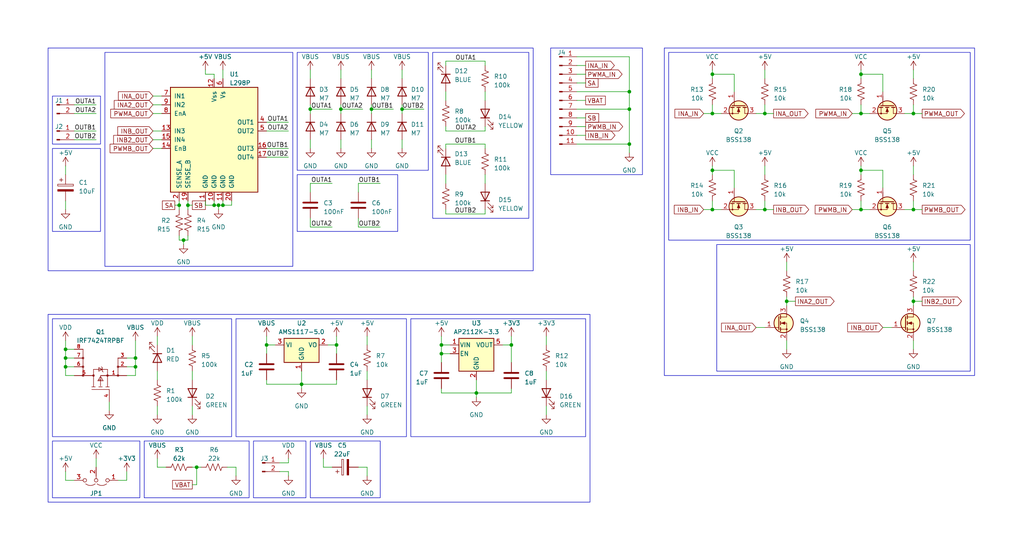
<source format=kicad_sch>
(kicad_sch (version 20230121) (generator eeschema)
  (paper "User" 297.586 160.02)
  (junction (at 77.47 100.33))
  (junction (at 250.19 21.59))
  (junction (at 207.01 33.02))
  (junction (at 222.25 60.96))
  (junction (at 99.06 31.75))
  (junction (at 207.01 49.53))
  (junction (at 128.27 102.87))
  (junction (at 182.88 31.75))
  (junction (at 19.05 106.68))
  (junction (at 90.17 31.75))
  (junction (at 265.43 87.63))
  (junction (at 19.05 104.14))
  (junction (at 138.43 114.3))
  (junction (at 265.43 60.96))
  (junction (at 53.34 69.85))
  (junction (at 222.25 33.02))
  (junction (at 128.27 100.33))
  (junction (at 19.05 101.6))
  (junction (at 57.15 135.89))
  (junction (at 39.37 104.14))
  (junction (at 116.84 31.75))
  (junction (at 63.5 59.69))
  (junction (at 54.61 59.69))
  (junction (at 182.88 41.91))
  (junction (at 52.07 59.69))
  (junction (at 265.43 33.02))
  (junction (at 207.01 60.96))
  (junction (at 107.95 31.75))
  (junction (at 62.23 59.69))
  (junction (at 97.79 100.33))
  (junction (at 182.88 26.67))
  (junction (at 64.77 59.69))
  (junction (at 87.63 111.76))
  (junction (at 228.6 87.63))
  (junction (at 250.19 60.96))
  (junction (at 207.01 21.59))
  (junction (at 148.59 100.33))
  (junction (at 250.19 33.02))
  (junction (at 39.37 106.68))
  (junction (at 250.19 49.53))
  (wire (pts (xy 107.95 40.64) (xy 107.95 43.18)))
  (wire (pts (xy 21.59 30.48) (xy 27.94 30.48)))
  (wire (pts (xy 138.43 114.3) (xy 138.43 115.57)))
  (wire (pts (xy 250.19 49.53) (xy 256.54 49.53)))
  (wire (pts (xy 55.88 135.89) (xy 57.15 135.89)))
  (wire (pts (xy 222.25 33.02) (xy 222.25 30.48)))
  (wire (pts (xy 96.52 66.04) (xy 90.17 66.04)))
  (wire (pts (xy 116.84 20.32) (xy 116.84 22.86)))
  (wire (pts (xy 228.6 87.63) (xy 231.14 87.63)))
  (wire (pts (xy 128.27 114.3) (xy 138.43 114.3)))
  (wire (pts (xy 213.36 49.53) (xy 213.36 54.61)))
  (wire (pts (xy 207.01 20.32) (xy 207.01 21.59)))
  (wire (pts (xy 129.54 26.67) (xy 129.54 29.21)))
  (wire (pts (xy 129.54 60.96) (xy 129.54 62.23)))
  (wire (pts (xy 265.43 87.63) (xy 267.97 87.63)))
  (wire (pts (xy 110.49 66.04) (xy 104.14 66.04)))
  (wire (pts (xy 99.06 31.75) (xy 99.06 33.02)))
  (wire (pts (xy 130.81 102.87) (xy 128.27 102.87)))
  (wire (pts (xy 129.54 17.78) (xy 140.97 17.78)))
  (wire (pts (xy 90.17 31.75) (xy 96.52 31.75)))
  (wire (pts (xy 21.59 33.02) (xy 27.94 33.02)))
  (wire (pts (xy 19.05 106.68) (xy 21.59 106.68)))
  (wire (pts (xy 19.05 109.22) (xy 21.59 109.22)))
  (wire (pts (xy 265.43 87.63) (xy 265.43 88.9)))
  (wire (pts (xy 99.06 20.32) (xy 99.06 22.86)))
  (wire (pts (xy 265.43 33.02) (xy 265.43 30.48)))
  (wire (pts (xy 106.68 97.79) (xy 106.68 100.33)))
  (wire (pts (xy 167.64 24.13) (xy 170.18 24.13)))
  (wire (pts (xy 265.43 76.2) (xy 265.43 78.74)))
  (wire (pts (xy 39.37 104.14) (xy 39.37 106.68)))
  (wire (pts (xy 148.59 97.79) (xy 148.59 100.33)))
  (wire (pts (xy 158.75 107.95) (xy 158.75 110.49)))
  (wire (pts (xy 62.23 21.59) (xy 62.23 22.86)))
  (wire (pts (xy 59.69 21.59) (xy 62.23 21.59)))
  (wire (pts (xy 83.82 134.62) (xy 83.82 133.35)))
  (wire (pts (xy 19.05 139.7) (xy 21.59 139.7)))
  (wire (pts (xy 44.45 43.18) (xy 46.99 43.18)))
  (wire (pts (xy 222.25 60.96) (xy 222.25 58.42)))
  (wire (pts (xy 207.01 49.53) (xy 213.36 49.53)))
  (wire (pts (xy 36.83 139.7) (xy 36.83 137.16)))
  (wire (pts (xy 129.54 43.18) (xy 129.54 41.91)))
  (wire (pts (xy 247.65 33.02) (xy 250.19 33.02)))
  (wire (pts (xy 250.19 30.48) (xy 250.19 33.02)))
  (wire (pts (xy 265.43 33.02) (xy 267.97 33.02)))
  (wire (pts (xy 167.64 16.51) (xy 182.88 16.51)))
  (wire (pts (xy 59.69 59.69) (xy 62.23 59.69)))
  (wire (pts (xy 34.29 139.7) (xy 36.83 139.7)))
  (wire (pts (xy 99.06 31.75) (xy 105.41 31.75)))
  (wire (pts (xy 77.47 100.33) (xy 80.01 100.33)))
  (wire (pts (xy 107.95 20.32) (xy 107.95 22.86)))
  (wire (pts (xy 207.01 60.96) (xy 209.55 60.96)))
  (wire (pts (xy 90.17 53.34) (xy 96.52 53.34)))
  (wire (pts (xy 219.71 60.96) (xy 222.25 60.96)))
  (wire (pts (xy 53.34 69.85) (xy 53.34 71.12)))
  (wire (pts (xy 250.19 60.96) (xy 252.73 60.96)))
  (wire (pts (xy 167.64 21.59) (xy 170.18 21.59)))
  (wire (pts (xy 128.27 100.33) (xy 128.27 102.87)))
  (wire (pts (xy 182.88 31.75) (xy 182.88 41.91)))
  (wire (pts (xy 90.17 40.64) (xy 90.17 43.18)))
  (wire (pts (xy 57.15 135.89) (xy 58.42 135.89)))
  (wire (pts (xy 97.79 111.76) (xy 97.79 110.49)))
  (wire (pts (xy 256.54 21.59) (xy 256.54 26.67)))
  (wire (pts (xy 52.07 58.42) (xy 52.07 59.69)))
  (wire (pts (xy 95.25 100.33) (xy 97.79 100.33)))
  (wire (pts (xy 250.19 20.32) (xy 250.19 21.59)))
  (wire (pts (xy 107.95 31.75) (xy 114.3 31.75)))
  (wire (pts (xy 207.01 58.42) (xy 207.01 60.96)))
  (wire (pts (xy 59.69 20.32) (xy 59.69 21.59)))
  (wire (pts (xy 265.43 60.96) (xy 265.43 58.42)))
  (wire (pts (xy 129.54 41.91) (xy 140.97 41.91)))
  (wire (pts (xy 250.19 49.53) (xy 250.19 50.8)))
  (wire (pts (xy 265.43 48.26) (xy 265.43 50.8)))
  (wire (pts (xy 148.59 114.3) (xy 148.59 113.03)))
  (wire (pts (xy 207.01 49.53) (xy 207.01 50.8)))
  (wire (pts (xy 44.45 27.94) (xy 46.99 27.94)))
  (wire (pts (xy 140.97 43.18) (xy 140.97 41.91)))
  (wire (pts (xy 167.64 31.75) (xy 182.88 31.75)))
  (wire (pts (xy 36.83 106.68) (xy 39.37 106.68)))
  (wire (pts (xy 77.47 97.79) (xy 77.47 100.33)))
  (wire (pts (xy 77.47 111.76) (xy 87.63 111.76)))
  (wire (pts (xy 140.97 60.96) (xy 140.97 62.23)))
  (wire (pts (xy 129.54 50.8) (xy 129.54 53.34)))
  (wire (pts (xy 265.43 60.96) (xy 267.97 60.96)))
  (wire (pts (xy 57.15 140.97) (xy 57.15 135.89)))
  (wire (pts (xy 54.61 69.85) (xy 54.61 68.58)))
  (wire (pts (xy 77.47 35.56) (xy 83.82 35.56)))
  (wire (pts (xy 167.64 41.91) (xy 182.88 41.91)))
  (wire (pts (xy 228.6 86.36) (xy 228.6 87.63)))
  (wire (pts (xy 207.01 33.02) (xy 209.55 33.02)))
  (wire (pts (xy 138.43 110.49) (xy 138.43 114.3)))
  (wire (pts (xy 128.27 97.79) (xy 128.27 100.33)))
  (wire (pts (xy 256.54 95.25) (xy 259.08 95.25)))
  (wire (pts (xy 182.88 41.91) (xy 182.88 44.45)))
  (wire (pts (xy 44.45 30.48) (xy 46.99 30.48)))
  (wire (pts (xy 222.25 48.26) (xy 222.25 50.8)))
  (wire (pts (xy 87.63 111.76) (xy 97.79 111.76)))
  (wire (pts (xy 62.23 59.69) (xy 63.5 59.69)))
  (wire (pts (xy 45.72 97.79) (xy 45.72 100.33)))
  (wire (pts (xy 107.95 31.75) (xy 107.95 33.02)))
  (wire (pts (xy 104.14 66.04) (xy 104.14 63.5)))
  (wire (pts (xy 45.72 135.89) (xy 48.26 135.89)))
  (wire (pts (xy 81.28 137.16) (xy 83.82 137.16)))
  (wire (pts (xy 44.45 33.02) (xy 46.99 33.02)))
  (wire (pts (xy 130.81 100.33) (xy 128.27 100.33)))
  (wire (pts (xy 148.59 100.33) (xy 148.59 105.41)))
  (wire (pts (xy 19.05 48.26) (xy 19.05 50.8)))
  (wire (pts (xy 265.43 86.36) (xy 265.43 87.63)))
  (wire (pts (xy 116.84 31.75) (xy 116.84 33.02)))
  (wire (pts (xy 167.64 39.37) (xy 170.18 39.37)))
  (wire (pts (xy 55.88 118.11) (xy 55.88 120.65)))
  (wire (pts (xy 204.47 60.96) (xy 207.01 60.96)))
  (wire (pts (xy 55.88 107.95) (xy 55.88 110.49)))
  (wire (pts (xy 21.59 40.64) (xy 27.94 40.64)))
  (wire (pts (xy 19.05 104.14) (xy 21.59 104.14)))
  (wire (pts (xy 250.19 48.26) (xy 250.19 49.53)))
  (wire (pts (xy 207.01 21.59) (xy 213.36 21.59)))
  (wire (pts (xy 63.5 59.69) (xy 63.5 60.96)))
  (wire (pts (xy 222.25 20.32) (xy 222.25 22.86)))
  (wire (pts (xy 250.19 21.59) (xy 250.19 22.86)))
  (wire (pts (xy 44.45 38.1) (xy 46.99 38.1)))
  (wire (pts (xy 219.71 33.02) (xy 222.25 33.02)))
  (wire (pts (xy 262.89 33.02) (xy 265.43 33.02)))
  (wire (pts (xy 256.54 49.53) (xy 256.54 54.61)))
  (wire (pts (xy 77.47 102.87) (xy 77.47 100.33)))
  (wire (pts (xy 265.43 20.32) (xy 265.43 22.86)))
  (wire (pts (xy 67.31 59.69) (xy 67.31 58.42)))
  (wire (pts (xy 106.68 118.11) (xy 106.68 120.65)))
  (wire (pts (xy 104.14 135.89) (xy 106.68 135.89)))
  (wire (pts (xy 138.43 114.3) (xy 148.59 114.3)))
  (wire (pts (xy 228.6 87.63) (xy 228.6 88.9)))
  (wire (pts (xy 62.23 58.42) (xy 62.23 59.69)))
  (wire (pts (xy 228.6 99.06) (xy 228.6 101.6)))
  (wire (pts (xy 27.94 133.35) (xy 27.94 135.89)))
  (wire (pts (xy 90.17 31.75) (xy 90.17 33.02)))
  (wire (pts (xy 77.47 43.18) (xy 83.82 43.18)))
  (wire (pts (xy 90.17 30.48) (xy 90.17 31.75)))
  (wire (pts (xy 21.59 38.1) (xy 27.94 38.1)))
  (wire (pts (xy 228.6 76.2) (xy 228.6 78.74)))
  (wire (pts (xy 54.61 59.69) (xy 55.88 59.69)))
  (wire (pts (xy 262.89 60.96) (xy 265.43 60.96)))
  (wire (pts (xy 19.05 101.6) (xy 21.59 101.6)))
  (wire (pts (xy 45.72 133.35) (xy 45.72 135.89)))
  (wire (pts (xy 53.34 69.85) (xy 54.61 69.85)))
  (wire (pts (xy 207.01 48.26) (xy 207.01 49.53)))
  (wire (pts (xy 129.54 36.83) (xy 129.54 38.1)))
  (wire (pts (xy 247.65 60.96) (xy 250.19 60.96)))
  (wire (pts (xy 68.58 135.89) (xy 68.58 138.43)))
  (wire (pts (xy 167.64 36.83) (xy 170.18 36.83)))
  (wire (pts (xy 19.05 99.06) (xy 19.05 101.6)))
  (wire (pts (xy 128.27 102.87) (xy 128.27 105.41)))
  (wire (pts (xy 31.75 116.84) (xy 31.75 119.38)))
  (wire (pts (xy 167.64 19.05) (xy 170.18 19.05)))
  (wire (pts (xy 55.88 140.97) (xy 57.15 140.97)))
  (wire (pts (xy 182.88 16.51) (xy 182.88 26.67)))
  (wire (pts (xy 87.63 107.95) (xy 87.63 111.76)))
  (wire (pts (xy 158.75 118.11) (xy 158.75 120.65)))
  (wire (pts (xy 222.25 60.96) (xy 224.79 60.96)))
  (wire (pts (xy 39.37 106.68) (xy 39.37 109.22)))
  (wire (pts (xy 52.07 69.85) (xy 53.34 69.85)))
  (wire (pts (xy 19.05 137.16) (xy 19.05 139.7)))
  (wire (pts (xy 104.14 55.88) (xy 104.14 53.34)))
  (wire (pts (xy 55.88 97.79) (xy 55.88 100.33)))
  (wire (pts (xy 50.8 59.69) (xy 52.07 59.69)))
  (wire (pts (xy 207.01 30.48) (xy 207.01 33.02)))
  (wire (pts (xy 167.64 29.21) (xy 170.18 29.21)))
  (wire (pts (xy 66.04 135.89) (xy 68.58 135.89)))
  (wire (pts (xy 207.01 21.59) (xy 207.01 22.86)))
  (wire (pts (xy 44.45 40.64) (xy 46.99 40.64)))
  (wire (pts (xy 64.77 58.42) (xy 64.77 59.69)))
  (wire (pts (xy 250.19 21.59) (xy 256.54 21.59)))
  (wire (pts (xy 140.97 36.83) (xy 140.97 38.1)))
  (wire (pts (xy 90.17 20.32) (xy 90.17 22.86)))
  (wire (pts (xy 64.77 59.69) (xy 67.31 59.69)))
  (wire (pts (xy 265.43 99.06) (xy 265.43 101.6)))
  (wire (pts (xy 107.95 30.48) (xy 107.95 31.75)))
  (wire (pts (xy 81.28 134.62) (xy 83.82 134.62)))
  (wire (pts (xy 54.61 59.69) (xy 54.61 60.96)))
  (wire (pts (xy 39.37 109.22) (xy 36.83 109.22)))
  (wire (pts (xy 59.69 58.42) (xy 59.69 59.69)))
  (wire (pts (xy 36.83 104.14) (xy 39.37 104.14)))
  (wire (pts (xy 158.75 97.79) (xy 158.75 100.33)))
  (wire (pts (xy 167.64 34.29) (xy 170.18 34.29)))
  (wire (pts (xy 213.36 21.59) (xy 213.36 26.67)))
  (wire (pts (xy 128.27 113.03) (xy 128.27 114.3)))
  (wire (pts (xy 19.05 104.14) (xy 19.05 106.68)))
  (wire (pts (xy 146.05 100.33) (xy 148.59 100.33)))
  (wire (pts (xy 64.77 20.32) (xy 64.77 22.86)))
  (wire (pts (xy 140.97 26.67) (xy 140.97 29.21)))
  (wire (pts (xy 87.63 111.76) (xy 87.63 113.03)))
  (wire (pts (xy 106.68 107.95) (xy 106.68 110.49)))
  (wire (pts (xy 182.88 26.67) (xy 182.88 31.75)))
  (wire (pts (xy 116.84 30.48) (xy 116.84 31.75)))
  (wire (pts (xy 129.54 62.23) (xy 140.97 62.23)))
  (wire (pts (xy 19.05 101.6) (xy 19.05 104.14)))
  (wire (pts (xy 52.07 59.69) (xy 52.07 60.96)))
  (wire (pts (xy 250.19 33.02) (xy 252.73 33.02)))
  (wire (pts (xy 106.68 135.89) (xy 106.68 138.43)))
  (wire (pts (xy 97.79 97.79) (xy 97.79 100.33)))
  (wire (pts (xy 19.05 58.42) (xy 19.05 60.96)))
  (wire (pts (xy 45.72 107.95) (xy 45.72 110.49)))
  (wire (pts (xy 129.54 38.1) (xy 140.97 38.1)))
  (wire (pts (xy 77.47 38.1) (xy 83.82 38.1)))
  (wire (pts (xy 99.06 30.48) (xy 99.06 31.75)))
  (wire (pts (xy 90.17 66.04) (xy 90.17 63.5)))
  (wire (pts (xy 116.84 40.64) (xy 116.84 43.18)))
  (wire (pts (xy 104.14 53.34) (xy 110.49 53.34)))
  (wire (pts (xy 222.25 33.02) (xy 224.79 33.02)))
  (wire (pts (xy 99.06 40.64) (xy 99.06 43.18)))
  (wire (pts (xy 97.79 100.33) (xy 97.79 102.87)))
  (wire (pts (xy 167.64 26.67) (xy 182.88 26.67)))
  (wire (pts (xy 93.98 135.89) (xy 96.52 135.89)))
  (wire (pts (xy 52.07 68.58) (xy 52.07 69.85)))
  (wire (pts (xy 129.54 19.05) (xy 129.54 17.78)))
  (wire (pts (xy 63.5 59.69) (xy 64.77 59.69)))
  (wire (pts (xy 219.71 95.25) (xy 222.25 95.25)))
  (wire (pts (xy 140.97 19.05) (xy 140.97 17.78)))
  (wire (pts (xy 54.61 58.42) (xy 54.61 59.69)))
  (wire (pts (xy 116.84 31.75) (xy 123.19 31.75)))
  (wire (pts (xy 93.98 133.35) (xy 93.98 135.89)))
  (wire (pts (xy 77.47 110.49) (xy 77.47 111.76)))
  (wire (pts (xy 77.47 45.72) (xy 83.82 45.72)))
  (wire (pts (xy 45.72 118.11) (xy 45.72 120.65)))
  (wire (pts (xy 90.17 55.88) (xy 90.17 53.34)))
  (wire (pts (xy 140.97 50.8) (xy 140.97 53.34)))
  (wire (pts (xy 19.05 106.68) (xy 19.05 109.22)))
  (wire (pts (xy 250.19 58.42) (xy 250.19 60.96)))
  (wire (pts (xy 83.82 137.16) (xy 83.82 138.43)))
  (wire (pts (xy 204.47 33.02) (xy 207.01 33.02)))
  (wire (pts (xy 39.37 99.06) (xy 39.37 104.14)))
  (rectangle (start 68.58 92.71) (end 118.11 127))
  (rectangle (start 15.24 43.18) (end 29.21 67.31))
  (rectangle (start 194.31 15.24) (end 281.94 69.85))
  (rectangle (start 73.66 128.27) (end 88.9 144.78))
  (rectangle (start 13.97 91.44) (end 171.45 146.05))
  (rectangle (start 86.36 15.24) (end 124.46 49.53))
  (rectangle (start 30.48 15.24) (end 85.09 77.47))
  (rectangle (start 41.91 128.27) (end 72.39 144.78))
  (rectangle (start 13.97 13.97) (end 154.94 78.74))
  (rectangle (start 15.24 128.27) (end 40.64 144.78))
  (rectangle (start 208.28 71.12) (end 281.94 107.95))
  (rectangle (start 119.38 92.71) (end 170.18 127))
  (rectangle (start 15.24 92.71) (end 67.31 127))
  (rectangle (start 193.04 13.97) (end 283.21 109.22))
  (rectangle (start 86.36 50.8) (end 115.57 67.31))
  (rectangle (start 125.73 15.24) (end 153.67 63.5))
  (rectangle (start 15.24 27.94) (end 29.21 41.91))
  (rectangle (start 90.17 128.27) (end 110.49 144.78))
  (rectangle (start 160.02 13.97) (end 186.69 50.8))
  (label "OUTB2" (at 138.43 62.23 180))
  (label "OUTA2" (at 138.43 38.1 180))
  (label "OUTB2" (at 83.82 45.72 180))
  (label "OUTB1" (at 27.94 38.1 180))
  (label "OUTA2" (at 105.41 31.75 180))
  (label "OUTA2" (at 83.82 38.1 180))
  (label "OUTA1" (at 27.94 30.48 180))
  (label "OUTB1" (at 114.3 31.75 180))
  (label "OUTA1" (at 96.52 53.34 180))
  (label "OUTA1" (at 138.43 17.78 180))
  (label "OUTA2" (at 27.94 33.02 180))
  (label "OUTB2" (at 123.19 31.75 180))
  (label "OUTA1" (at 96.52 31.75 180))
  (label "OUTB2" (at 110.49 66.04 180))
  (label "OUTB1" (at 83.82 43.18 180))
  (label "OUTB1" (at 110.49 53.34 180))
  (label "OUTB2" (at 27.94 40.64 180))
  (label "OUTB1" (at 138.43 41.91 180))
  (label "OUTA1" (at 83.82 35.56 180))
  (label "OUTA2" (at 96.52 66.04 180))
  (global_label "PWMB_OUT" (shape input) (at 44.45 43.18 180) (property "Intersheetrefs" "${INTERSHEET_REFS}" (effects hide)))
  (global_label "PWMA_IN" (shape output) (at 170.18 21.59 0) (property "Intersheetrefs" "${INTERSHEET_REFS}" (effects hide)))
  (global_label "SA" (shape passive) (at 170.18 24.13 0) (property "Intersheetrefs" "${INTERSHEET_REFS}" (effects hide)))
  (global_label "INB_IN" (shape input) (at 204.47 60.96 180) (property "Intersheetrefs" "${INTERSHEET_REFS}" (effects hide)))
  (global_label "PWMA_OUT" (shape input) (at 44.45 33.02 180) (property "Intersheetrefs" "${INTERSHEET_REFS}" (effects hide)))
  (global_label "INA_IN" (shape output) (at 170.18 19.05 0) (property "Intersheetrefs" "${INTERSHEET_REFS}" (effects hide)))
  (global_label "INA2_OUT" (shape output) (at 231.14 87.63 0) (property "Intersheetrefs" "${INTERSHEET_REFS}" (effects hide)))
  (global_label "INA_OUT" (shape input) (at 44.45 27.94 180) (property "Intersheetrefs" "${INTERSHEET_REFS}" (effects hide)))
  (global_label "PWMA_OUT" (shape output) (at 267.97 33.02 0) (property "Intersheetrefs" "${INTERSHEET_REFS}" (effects hide)))
  (global_label "PWMB_OUT" (shape output) (at 267.97 60.96 0) (property "Intersheetrefs" "${INTERSHEET_REFS}" (effects hide)))
  (global_label "INA_OUT" (shape input) (at 219.71 95.25 180) (property "Intersheetrefs" "${INTERSHEET_REFS}" (effects hide)))
  (global_label "INB2_OUT" (shape output) (at 267.97 87.63 0) (property "Intersheetrefs" "${INTERSHEET_REFS}" (effects hide)))
  (global_label "VBAT" (shape passive) (at 55.88 140.97 180) (property "Intersheetrefs" "${INTERSHEET_REFS}" (effects hide)))
  (global_label "SB" (shape passive) (at 170.18 34.29 0) (property "Intersheetrefs" "${INTERSHEET_REFS}" (effects hide)))
  (global_label "INA_IN" (shape input) (at 204.47 33.02 180) (property "Intersheetrefs" "${INTERSHEET_REFS}" (effects hide)))
  (global_label "INB_OUT" (shape input) (at 44.45 38.1 180) (property "Intersheetrefs" "${INTERSHEET_REFS}" (effects hide)))
  (global_label "PWMB_IN" (shape output) (at 170.18 36.83 0) (property "Intersheetrefs" "${INTERSHEET_REFS}" (effects hide)))
  (global_label "SA" (shape passive) (at 50.8 59.69 180) (property "Intersheetrefs" "${INTERSHEET_REFS}" (effects hide)))
  (global_label "SB" (shape passive) (at 55.88 59.69 0) (property "Intersheetrefs" "${INTERSHEET_REFS}" (effects hide)))
  (global_label "INA2_OUT" (shape input) (at 44.45 30.48 180) (property "Intersheetrefs" "${INTERSHEET_REFS}" (effects hide)))
  (global_label "INB_OUT" (shape output) (at 224.79 60.96 0) (property "Intersheetrefs" "${INTERSHEET_REFS}" (effects hide)))
  (global_label "PWMB_IN" (shape input) (at 247.65 60.96 180) (property "Intersheetrefs" "${INTERSHEET_REFS}" (effects hide)))
  (global_label "PWMA_IN" (shape input) (at 247.65 33.02 180) (property "Intersheetrefs" "${INTERSHEET_REFS}" (effects hide)))
  (global_label "INB_OUT" (shape input) (at 256.54 95.25 180) (property "Intersheetrefs" "${INTERSHEET_REFS}" (effects hide)))
  (global_label "INA_OUT" (shape output) (at 224.79 33.02 0) (property "Intersheetrefs" "${INTERSHEET_REFS}" (effects hide)))
  (global_label "INB2_OUT" (shape input) (at 44.45 40.64 180) (property "Intersheetrefs" "${INTERSHEET_REFS}" (effects hide)))
  (global_label "INB_IN" (shape output) (at 170.18 39.37 0) (property "Intersheetrefs" "${INTERSHEET_REFS}" (effects hide)))
  (global_label "VBAT" (shape passive) (at 170.18 29.21 0) (property "Intersheetrefs" "${INTERSHEET_REFS}" (effects hide)))
  (symbol (lib_id "Device:R_US") (at 265.43 82.55 0) (unit 1)
    (property "Reference" "R22" (at 267.97 81.915 0) (effects (justify left)))
    (property "Value" "10k" (at 267.97 84.455 0) (effects (justify left)))
    (property "Footprint" "Resistor_SMD:R_0603_1608Metric" (effects hide))
  )
  (symbol (lib_id "Device:R_US") (at 140.97 46.99 0) (unit 1)
    (property "Reference" "R11" (at 143.51 46.355 0) (effects (justify left)))
    (property "Value" "100k" (at 143.51 48.895 0) (effects (justify left)))
    (property "Footprint" "Resistor_SMD:R_0805_2012Metric" (effects hide))
  )
  (symbol (lib_id "PCM_4ms_Power-symbol:GND") (at 68.58 138.43 0) (unit 1)
    (property "Reference" "#PWR018" (effects hide))
    (property "Value" "GND" (at 68.58 143.51 0))
  )
  (symbol (lib_id "Device:C_Polarized") (at 19.05 54.61 0) (unit 1)
    (property "Reference" "C1" (at 22.86 53.086 0) (effects (justify left)))
    (property "Value" "10uF" (at 22.86 55.626 0) (effects (justify left)))
    (property "Footprint" "Capacitor_Tantalum_SMD:CP_EIA-3528-21_Kemet-B" (effects hide))
  )
  (symbol (lib_id "power:VBUS") (at 39.37 99.06 0) (unit 1)
    (property "Reference" "#PWR08" (effects hide))
    (property "Value" "VBUS" (at 39.37 95.25 0))
  )
  (symbol (lib_id "Device:LED") (at 158.75 114.3 90) (unit 1)
    (property "Reference" "D16" (at 162.56 115.2525 90) (effects (justify right)))
    (property "Value" "GREEN" (at 162.56 117.7925 90) (effects (justify right)))
    (property "Footprint" "LED_SMD:LED_0805_2012Metric" (effects hide))
  )
  (symbol (lib_id "PCM_4ms_Power-symbol:GND") (at 87.63 113.03 0) (unit 1)
    (property "Reference" "#PWR022" (effects hide))
    (property "Value" "GND" (at 87.63 118.11 0))
  )
  (symbol (lib_id "Device:R_US") (at 265.43 26.67 0) (unit 1)
    (property "Reference" "R20" (at 267.97 26.035 0) (effects (justify left)))
    (property "Value" "10k" (at 267.97 28.575 0) (effects (justify left)))
    (property "Footprint" "Resistor_SMD:R_0603_1608Metric" (effects hide))
  )
  (symbol (lib_id "Device:R_US") (at 222.25 26.67 0) (unit 1)
    (property "Reference" "R15" (at 224.79 26.035 0) (effects (justify left)))
    (property "Value" "10k" (at 224.79 28.575 0) (effects (justify left)))
    (property "Footprint" "Resistor_SMD:R_0603_1608Metric" (effects hide))
  )
  (symbol (lib_id "power:VDD") (at 45.72 97.79 0) (unit 1)
    (property "Reference" "#PWR09" (effects hide))
    (property "Value" "VDD" (at 45.72 93.98 0))
  )
  (symbol (lib_id "Device:C") (at 77.47 106.68 0) (mirror y) (unit 1)
    (property "Reference" "C2" (at 73.66 106.045 0) (effects (justify left)))
    (property "Value" "1uF" (at 73.66 108.585 0) (effects (justify left)))
    (property "Footprint" "Capacitor_SMD:C_0603_1608Metric" (effects hide))
  )
  (symbol (lib_id "PCM_4ms_Power-symbol:GND") (at 53.34 71.12 0) (unit 1)
    (property "Reference" "#PWR012" (effects hide))
    (property "Value" "GND" (at 53.34 76.2 0))
  )
  (symbol (lib_id "power:VCC") (at 250.19 48.26 0) (unit 1)
    (property "Reference" "#PWR049" (effects hide))
    (property "Value" "VCC" (at 250.19 44.45 0))
  )
  (symbol (lib_id "PCM_Transistor_MOSFET_AKL:BSS138") (at 214.63 30.48 270) (unit 1)
    (property "Reference" "Q2" (at 214.63 38.1 90))
    (property "Value" "BSS138" (at 214.63 40.64 90))
    (property "Footprint" "PCM_Package_TO_SOT_SMD_AKL:SOT-23" (effects hide))
    (property "Datasheet" "https://www.tme.eu/Document/2b32cdd3c66afedbcd628e73d93ae817/BSS138-7-F.pdf" (effects hide))
  )
  (symbol (lib_id "power:VBUS") (at 64.77 20.32 0) (unit 1)
    (property "Reference" "#PWR017" (effects hide))
    (property "Value" "VBUS" (at 64.77 16.51 0))
  )
  (symbol (lib_id "PCM_4ms_Power-symbol:GND") (at 116.84 43.18 0) (unit 1)
    (property "Reference" "#PWR035" (effects hide))
    (property "Value" "GND" (at 116.84 48.26 0))
  )
  (symbol (lib_id "Driver_Motor:L298P") (at 62.23 40.64 0) (unit 1)
    (property "Reference" "U1" (at 66.7259 21.59 0) (effects (justify left)))
    (property "Value" "L298P" (at 66.7259 24.13 0) (effects (justify left)))
    (property "Footprint" "L298P:STMicroelectronics-L298P-0" (effects hide))
    (property "Datasheet" "http://www.st.com/st-web-ui/static/active/en/resource/technical/document/datasheet/CD00000240.pdf" (effects hide))
  )
  (symbol (lib_id "Connector:Conn_01x02_Pin") (at 16.51 30.48 0) (unit 1)
    (property "Reference" "J1" (at 17.145 29.21 0))
    (property "Value" "Conn_01x02_Pin" (effects hide))
    (property "Footprint" "L298P:Degson_3.5_2_15EDGRC" (effects hide))
  )
  (symbol (lib_id "Device:R_US") (at 106.68 104.14 0) (unit 1)
    (property "Reference" "R7" (at 109.22 103.505 0) (effects (justify left)))
    (property "Value" "10k" (at 109.22 106.045 0) (effects (justify left)))
    (property "Footprint" "Resistor_SMD:R_0805_2012Metric" (effects hide))
  )
  (symbol (lib_id "Device:C") (at 128.27 109.22 0) (mirror y) (unit 1)
    (property "Reference" "C7" (at 124.46 108.585 0) (effects (justify left)))
    (property "Value" "1uF" (at 124.46 111.125 0) (effects (justify left)))
    (property "Footprint" "Capacitor_SMD:C_0603_1608Metric" (effects hide))
  )
  (symbol (lib_id "power:VBUS") (at 77.47 97.79 0) (unit 1)
    (property "Reference" "#PWR019" (effects hide))
    (property "Value" "VBUS" (at 77.47 93.98 0))
  )
  (symbol (lib_id "power:VCC") (at 207.01 48.26 0) (unit 1)
    (property "Reference" "#PWR043" (effects hide))
    (property "Value" "VCC" (at 207.01 44.45 0))
  )
  (symbol (lib_id "PCM_4ms_Power-symbol:+5V") (at 59.69 20.32 0) (unit 1)
    (property "Reference" "#PWR015" (effects hide))
    (property "Value" "+5V" (at 59.69 16.51 0))
  )
  (symbol (lib_id "PCM_4ms_Power-symbol:+5V") (at 106.68 97.79 0) (unit 1)
    (property "Reference" "#PWR029" (effects hide))
    (property "Value" "+5V" (at 106.68 93.98 0))
  )
  (symbol (lib_id "Device:D") (at 116.84 26.67 270) (unit 1)
    (property "Reference" "D10" (at 119.38 26.035 90) (effects (justify left)))
    (property "Value" "M7" (at 119.38 28.575 90) (effects (justify left)))
    (property "Footprint" "Diode_SMD:D_SMA" (effects hide))
    (property "Sim.Device" "D" (effects hide))
    (property "Sim.Pins" "1=K 2=A" (effects hide))
  )
  (symbol (lib_id "Device:LED") (at 45.72 104.14 270) (unit 1)
    (property "Reference" "D1" (at 48.26 101.9175 90) (effects (justify left)))
    (property "Value" "RED" (at 48.26 104.4575 90) (effects (justify left)))
    (property "Footprint" "LED_SMD:LED_0805_2012Metric" (effects hide))
  )
  (symbol (lib_id "power:VBUS") (at 55.88 97.79 0) (unit 1)
    (property "Reference" "#PWR013" (effects hide))
    (property "Value" "VBUS" (at 55.88 93.98 0))
  )
  (symbol (lib_id "Device:R_US") (at 207.01 54.61 0) (mirror y) (unit 1)
    (property "Reference" "R14" (at 204.47 53.975 0) (effects (justify left)))
    (property "Value" "10k" (at 204.47 56.515 0) (effects (justify left)))
    (property "Footprint" "Resistor_SMD:R_0603_1608Metric" (effects hide))
  )
  (symbol (lib_id "Device:R_US") (at 222.25 54.61 0) (unit 1)
    (property "Reference" "R16" (at 224.79 53.975 0) (effects (justify left)))
    (property "Value" "10k" (at 224.79 56.515 0) (effects (justify left)))
    (property "Footprint" "Resistor_SMD:R_0603_1608Metric" (effects hide))
  )
  (symbol (lib_id "Device:R_US") (at 207.01 26.67 0) (mirror y) (unit 1)
    (property "Reference" "R13" (at 204.47 26.035 0) (effects (justify left)))
    (property "Value" "10k" (at 204.47 28.575 0) (effects (justify left)))
    (property "Footprint" "Resistor_SMD:R_0603_1608Metric" (effects hide))
  )
  (symbol (lib_id "Device:LED") (at 140.97 57.15 90) (unit 1)
    (property "Reference" "D15" (at 144.78 58.1025 90) (effects (justify right)))
    (property "Value" "YELLOW" (at 144.78 60.6425 90) (effects (justify right)))
    (property "Footprint" "LED_SMD:LED_0805_2012Metric" (effects hide))
  )
  (symbol (lib_id "Device:R_US") (at 45.72 114.3 0) (unit 1)
    (property "Reference" "R1" (at 48.26 113.665 0) (effects (justify left)))
    (property "Value" "100k" (at 48.26 116.205 0) (effects (justify left)))
    (property "Footprint" "Resistor_SMD:R_0805_2012Metric" (effects hide))
  )
  (symbol (lib_id "Device:D") (at 107.95 36.83 270) (unit 1)
    (property "Reference" "D9" (at 110.49 36.195 90) (effects (justify left)))
    (property "Value" "M7" (at 110.49 38.735 90) (effects (justify left)))
    (property "Footprint" "Diode_SMD:D_SMA" (effects hide))
    (property "Sim.Device" "D" (effects hide))
    (property "Sim.Pins" "1=K 2=A" (effects hide))
  )
  (symbol (lib_id "Regulator_Linear:AMS1117-5.0") (at 87.63 100.33 0) (unit 1)
    (property "Reference" "U2" (at 87.63 93.98 0))
    (property "Value" "AMS1117-5.0" (at 87.63 96.52 0))
    (property "Footprint" "Package_TO_SOT_SMD:SOT-223-3_TabPin2" (effects hide))
    (property "Datasheet" "http://www.advanced-monolithic.com/pdf/ds1117.pdf" (effects hide))
  )
  (symbol (lib_id "Device:R_US") (at 250.19 54.61 0) (mirror y) (unit 1)
    (property "Reference" "R19" (at 247.65 53.975 0) (effects (justify left)))
    (property "Value" "10k" (at 247.65 56.515 0) (effects (justify left)))
    (property "Footprint" "Resistor_SMD:R_0603_1608Metric" (effects hide))
  )
  (symbol (lib_id "power:VBUS") (at 99.06 20.32 0) (unit 1)
    (property "Reference" "#PWR027" (effects hide))
    (property "Value" "VBUS" (at 99.06 16.51 0))
  )
  (symbol (lib_id "Regulator_Linear:AP2112K-3.3") (at 138.43 102.87 0) (unit 1)
    (property "Reference" "U3" (at 138.43 93.98 0))
    (property "Value" "AP2112K-3.3" (at 138.43 96.52 0))
    (property "Footprint" "Package_TO_SOT_SMD:SOT-23-5" (effects hide))
    (property "Datasheet" "https://www.diodes.com/assets/Datasheets/AP2112.pdf" (effects hide))
  )
  (symbol (lib_id "PCM_Transistor_MOSFET_AKL:BSS138") (at 262.89 93.98 0) (unit 1)
    (property "Reference" "Q7" (at 269.24 93.345 0) (effects (justify left)))
    (property "Value" "BSS138" (at 269.24 95.885 0) (effects (justify left)))
    (property "Footprint" "PCM_Package_TO_SOT_SMD_AKL:SOT-23" (effects hide))
    (property "Datasheet" "https://www.tme.eu/Document/2b32cdd3c66afedbcd628e73d93ae817/BSS138-7-F.pdf" (effects hide))
  )
  (symbol (lib_id "PCM_4ms_Power-symbol:GND") (at 265.43 101.6 0) (unit 1)
    (property "Reference" "#PWR053" (effects hide))
    (property "Value" "GND" (at 265.43 106.68 0))
  )
  (symbol (lib_id "PCM_4ms_Power-symbol:+5V") (at 265.43 20.32 0) (unit 1)
    (property "Reference" "#PWR050" (effects hide))
    (property "Value" "+5V" (at 265.43 16.51 0))
  )
  (symbol (lib_id "Device:D") (at 90.17 36.83 270) (unit 1)
    (property "Reference" "D4" (at 92.71 36.195 90) (effects (justify left)))
    (property "Value" "M7" (at 92.71 38.735 90) (effects (justify left)))
    (property "Footprint" "Diode_SMD:D_SMA" (effects hide))
    (property "Sim.Device" "D" (effects hide))
    (property "Sim.Pins" "1=K 2=A" (effects hide))
  )
  (symbol (lib_id "PCM_4ms_Power-symbol:GND") (at 83.82 138.43 0) (unit 1)
    (property "Reference" "#PWR021" (effects hide))
    (property "Value" "GND" (at 83.82 143.51 0))
  )
  (symbol (lib_id "PCM_4ms_Power-symbol:+5V") (at 97.79 97.79 0) (unit 1)
    (property "Reference" "#PWR026" (effects hide))
    (property "Value" "+5V" (at 97.79 93.98 0))
  )
  (symbol (lib_id "Device:R_US") (at 129.54 57.15 0) (unit 1)
    (property "Reference" "R9" (at 132.08 56.515 0) (effects (justify left)))
    (property "Value" "100k" (at 132.08 59.055 0) (effects (justify left)))
    (property "Footprint" "Resistor_SMD:R_0805_2012Metric" (effects hide))
  )
  (symbol (lib_id "power:VBUS") (at 90.17 20.32 0) (unit 1)
    (property "Reference" "#PWR023" (effects hide))
    (property "Value" "VBUS" (at 90.17 16.51 0))
  )
  (symbol (lib_id "Device:D") (at 90.17 26.67 270) (unit 1)
    (property "Reference" "D3" (at 92.71 26.035 90) (effects (justify left)))
    (property "Value" "M7" (at 92.71 28.575 90) (effects (justify left)))
    (property "Footprint" "Diode_SMD:D_SMA" (effects hide))
    (property "Sim.Device" "D" (effects hide))
    (property "Sim.Pins" "1=K 2=A" (effects hide))
  )
  (symbol (lib_id "PCM_4ms_Power-symbol:+5V") (at 228.6 76.2 0) (unit 1)
    (property "Reference" "#PWR046" (effects hide))
    (property "Value" "+5V" (at 228.6 72.39 0))
  )
  (symbol (lib_id "IRF7424:IRF7424TRPBF") (at 31.75 119.38 90) (unit 1)
    (property "Reference" "Q1" (at 29.21 96.52 90))
    (property "Value" "IRF7424TRPBF" (at 29.21 99.06 90))
    (property "Footprint" "IRF7424:Infineon-PG-DSO-8-11_2006-902-MFG" (effects hide))
    (property "Datasheet" "https://www.infineon.com/dgdl/irf7424pbf.pdf?fileId=5546d462533600a4015355fb0dab1bd8" (effects hide))
    (property "automotive" "No" (effects hide))
    (property "category" "Trans" (effects hide))
    (property "continuous drain current" "-11A" (effects hide))
    (property "depletion mode" "False" (effects hide))
    (property "device class L1" "Discrete Semiconductors" (effects hide))
    (property "device class L2" "Transistors" (effects hide))
    (property "device class L3" "MOSFETs" (effects hide))
    (property "digikey description" "MOSFET P-CH 30V 11A 8-SOIC" (effects hide))
    (property "digikey part number" "IRF7424PBFCT-ND" (effects hide))
    (property "drain to source breakdown voltage" "-30V" (effects hide))
    (property "drain to source resistance" "13.5mΩ" (effects hide))
    (property "drain to source voltage" "-30V" (effects hide))
    (property "footprint url" "https://www.infineon.com/dgdl/po-so8.pdf?fileId=5546d462580663ef0158068a1275014d" (effects hide))
    (property "gate charge at vgs" "75nC @ -10V" (effects hide))
    (property "gate to source voltage" "20V" (effects hide))
    (property "height" "1.75mm" (effects hide))
    (property "input capacitace at vds" "4030pF @ -25V" (effects hide))
    (property "lead free" "Yes" (effects hide))
    (property "library id" "4cf32bef7e60f2cd" (effects hide))
    (property "manufacturer" "Infineon" (effects hide))
    (property "max forward diode voltage" "-1.2V" (effects hide))
    (property "max junction temp" "+150°C" (effects hide))
    (property "mouser description" "MOSFET MOSFT PCh -30V -11A 13.5mOhm 75nC" (effects hide))
    (property "mouser part number" "942-IRF7424TRPBF" (effects hide))
    (property "number of P channels" "1" (effects hide))
    (property "number of channels" "1" (effects hide))
    (property "package" "SOIC8" (effects hide))
    (property "power dissipation" "2.5W" (effects hide))
    (property "pulse drain current" "-47A" (effects hide))
    (property "reverse recovery charge" "47nC" (effects hide))
    (property "reverse recovery time" "40ns" (effects hide))
    (property "rohs" "Yes" (effects hide))
    (property "rthja max" "50°C/W" (effects hide))
    (property "standoff height" "0.1mm" (effects hide))
    (property "temperature range high" "+150°C" (effects hide))
    (property "temperature range low" "-55°C" (effects hide))
    (property "threshold vgs max" "-2.5V" (effects hide))
    (property "threshold vgs min" "-1V" (effects hide))
    (property "turn off delay time" "150ns" (effects hide))
    (property "turn on delay time" "15ns" (effects hide))
  )
  (symbol (lib_id "PCM_Transistor_MOSFET_AKL:BSS138") (at 257.81 58.42 270) (unit 1)
    (property "Reference" "Q6" (at 257.81 66.04 90))
    (property "Value" "BSS138" (at 257.81 68.58 90))
    (property "Footprint" "PCM_Package_TO_SOT_SMD_AKL:SOT-23" (effects hide))
    (property "Datasheet" "https://www.tme.eu/Document/2b32cdd3c66afedbcd628e73d93ae817/BSS138-7-F.pdf" (effects hide))
  )
  (symbol (lib_id "PCM_4ms_Power-symbol:GND") (at 182.88 44.45 0) (unit 1)
    (property "Reference" "#PWR041" (effects hide))
    (property "Value" "GND" (at 182.88 49.53 0))
  )
  (symbol (lib_id "Device:R_US") (at 52.07 64.77 0) (mirror y) (unit 1)
    (property "Reference" "R2" (at 49.53 64.135 0) (effects (justify left)))
    (property "Value" "R15" (at 49.53 66.675 0) (effects (justify left)))
    (property "Footprint" "Resistor_SMD:R_1206_3216Metric" (effects hide))
  )
  (symbol (lib_id "power:VBUS") (at 45.72 133.35 0) (unit 1)
    (property "Reference" "#PWR011" (effects hide))
    (property "Value" "VBUS" (at 45.72 129.54 0))
  )
  (symbol (lib_id "PCM_4ms_Power-symbol:+5V") (at 19.05 48.26 0) (unit 1)
    (property "Reference" "#PWR01" (effects hide))
    (property "Value" "+5V" (at 19.05 44.45 0))
  )
  (symbol (lib_id "PCM_4ms_Power-symbol:GND") (at 90.17 43.18 0) (unit 1)
    (property "Reference" "#PWR024" (effects hide))
    (property "Value" "GND" (at 90.17 48.26 0))
  )
  (symbol (lib_id "power:VDD") (at 19.05 99.06 0) (unit 1)
    (property "Reference" "#PWR03" (effects hide))
    (property "Value" "VDD" (at 19.05 95.25 0))
  )
  (symbol (lib_id "PCM_4ms_Power-symbol:+5V") (at 265.43 48.26 0) (unit 1)
    (property "Reference" "#PWR051" (effects hide))
    (property "Value" "+5V" (at 265.43 44.45 0))
  )
  (symbol (lib_id "power:VCC") (at 250.19 20.32 0) (unit 1)
    (property "Reference" "#PWR048" (effects hide))
    (property "Value" "VCC" (at 250.19 16.51 0))
  )
  (symbol (lib_id "Device:R_US") (at 129.54 33.02 0) (unit 1)
    (property "Reference" "R8" (at 132.08 32.385 0) (effects (justify left)))
    (property "Value" "100k" (at 132.08 34.925 0) (effects (justify left)))
    (property "Footprint" "Resistor_SMD:R_0805_2012Metric" (effects hide))
  )
  (symbol (lib_id "Device:R_US") (at 228.6 82.55 0) (unit 1)
    (property "Reference" "R17" (at 231.14 81.915 0) (effects (justify left)))
    (property "Value" "10k" (at 231.14 84.455 0) (effects (justify left)))
    (property "Footprint" "Resistor_SMD:R_0603_1608Metric" (effects hide))
  )
  (symbol (lib_id "PCM_4ms_Power-symbol:+5V") (at 222.25 20.32 0) (unit 1)
    (property "Reference" "#PWR044" (effects hide))
    (property "Value" "+5V" (at 222.25 16.51 0))
  )
  (symbol (lib_id "PCM_4ms_Power-symbol:GND") (at 63.5 60.96 0) (unit 1)
    (property "Reference" "#PWR016" (effects hide))
    (property "Value" "GND" (at 63.5 66.04 0))
  )
  (symbol (lib_id "Device:C") (at 104.14 59.69 0) (unit 1)
    (property "Reference" "C6" (at 107.95 59.055 0) (effects (justify left)))
    (property "Value" "100nF" (at 107.95 61.595 0) (effects (justify left)))
    (property "Footprint" "Capacitor_SMD:C_0805_2012Metric" (effects hide))
  )
  (symbol (lib_id "Device:LED") (at 140.97 33.02 90) (unit 1)
    (property "Reference" "D14" (at 144.78 33.9725 90) (effects (justify right)))
    (property "Value" "YELLOW" (at 144.78 36.5125 90) (effects (justify right)))
    (property "Footprint" "LED_SMD:LED_0805_2012Metric" (effects hide))
  )
  (symbol (lib_id "PCM_4ms_Power-symbol:GND") (at 107.95 43.18 0) (unit 1)
    (property "Reference" "#PWR033" (effects hide))
    (property "Value" "GND" (at 107.95 48.26 0))
  )
  (symbol (lib_id "Device:LED") (at 129.54 46.99 270) (unit 1)
    (property "Reference" "D13" (at 132.08 44.7675 90) (effects (justify left)))
    (property "Value" "BLUE" (at 132.08 47.3075 90) (effects (justify left)))
    (property "Footprint" "LED_SMD:LED_0805_2012Metric" (effects hide))
  )
  (symbol (lib_id "Connector:Conn_01x11_Pin") (at 162.56 29.21 0) (unit 1)
    (property "Reference" "J4" (at 163.195 15.24 0))
    (property "Value" "Conn_01x11_Pin" (effects hide))
    (property "Footprint" "Connector_PinHeader_2.54mm:PinHeader_1x11_P2.54mm_Vertical" (effects hide))
  )
  (symbol (lib_id "Device:R_US") (at 158.75 104.14 0) (unit 1)
    (property "Reference" "R12" (at 161.29 103.505 0) (effects (justify left)))
    (property "Value" "10k" (at 161.29 106.045 0) (effects (justify left)))
    (property "Footprint" "Resistor_SMD:R_0805_2012Metric" (effects hide))
  )
  (symbol (lib_id "Device:D") (at 99.06 26.67 270) (unit 1)
    (property "Reference" "D5" (at 101.6 26.035 90) (effects (justify left)))
    (property "Value" "M7" (at 101.6 28.575 90) (effects (justify left)))
    (property "Footprint" "Diode_SMD:D_SMA" (effects hide))
    (property "Sim.Device" "D" (effects hide))
    (property "Sim.Pins" "1=K 2=A" (effects hide))
  )
  (symbol (lib_id "PCM_4ms_Power-symbol:GND") (at 19.05 60.96 0) (unit 1)
    (property "Reference" "#PWR02" (effects hide))
    (property "Value" "GND" (at 19.05 66.04 0))
  )
  (symbol (lib_id "Device:R_US") (at 265.43 54.61 0) (unit 1)
    (property "Reference" "R21" (at 267.97 53.975 0) (effects (justify left)))
    (property "Value" "10k" (at 267.97 56.515 0) (effects (justify left)))
    (property "Footprint" "Resistor_SMD:R_0603_1608Metric" (effects hide))
  )
  (symbol (lib_id "PCM_4ms_Power-symbol:+5V") (at 19.05 137.16 0) (unit 1)
    (property "Reference" "#PWR04" (effects hide))
    (property "Value" "+5V" (at 19.05 133.35 0))
  )
  (symbol (lib_id "PCM_4ms_Power-symbol:+5V") (at 128.27 97.79 0) (unit 1)
    (property "Reference" "#PWR036" (effects hide))
    (property "Value" "+5V" (at 128.27 93.98 0))
  )
  (symbol (lib_id "Device:R_US") (at 62.23 135.89 90) (unit 1)
    (property "Reference" "R6" (at 62.23 130.81 90))
    (property "Value" "22k" (at 62.23 133.35 90))
    (property "Footprint" "Resistor_SMD:R_0805_2012Metric" (effects hide))
  )
  (symbol (lib_id "power:+3V3") (at 158.75 97.79 0) (unit 1)
    (property "Reference" "#PWR039" (effects hide))
    (property "Value" "+3V3" (at 158.75 93.98 0))
  )
  (symbol (lib_id "Device:C") (at 148.59 109.22 0) (unit 1)
    (property "Reference" "C8" (at 152.4 108.585 0) (effects (justify left)))
    (property "Value" "1uF" (at 152.4 111.125 0) (effects (justify left)))
    (property "Footprint" "Capacitor_SMD:C_0603_1608Metric" (effects hide))
  )
  (symbol (lib_id "Device:D") (at 107.95 26.67 270) (unit 1)
    (property "Reference" "D8" (at 110.49 26.035 90) (effects (justify left)))
    (property "Value" "M7" (at 110.49 28.575 90) (effects (justify left)))
    (property "Footprint" "Diode_SMD:D_SMA" (effects hide))
    (property "Sim.Device" "D" (effects hide))
    (property "Sim.Pins" "1=K 2=A" (effects hide))
  )
  (symbol (lib_id "PCM_4ms_Power-symbol:GND") (at 55.88 120.65 0) (unit 1)
    (property "Reference" "#PWR014" (effects hide))
    (property "Value" "GND" (at 55.88 125.73 0))
  )
  (symbol (lib_id "PCM_4ms_Power-symbol:GND") (at 228.6 101.6 0) (unit 1)
    (property "Reference" "#PWR047" (effects hide))
    (property "Value" "GND" (at 228.6 106.68 0))
  )
  (symbol (lib_id "PCM_4ms_Power-symbol:GND") (at 106.68 138.43 0) (unit 1)
    (property "Reference" "#PWR031" (effects hide))
    (property "Value" "GND" (at 106.68 143.51 0))
  )
  (symbol (lib_id "Device:D") (at 116.84 36.83 270) (unit 1)
    (property "Reference" "D11" (at 119.38 36.195 90) (effects (justify left)))
    (property "Value" "M7" (at 119.38 38.735 90) (effects (justify left)))
    (property "Footprint" "Diode_SMD:D_SMA" (effects hide))
    (property "Sim.Device" "D" (effects hide))
    (property "Sim.Pins" "1=K 2=A" (effects hide))
  )
  (symbol (lib_id "PCM_4ms_Power-symbol:GND") (at 138.43 115.57 0) (unit 1)
    (property "Reference" "#PWR037" (effects hide))
    (property "Value" "GND" (at 138.43 120.65 0))
  )
  (symbol (lib_id "Device:R_US") (at 54.61 64.77 0) (unit 1)
    (property "Reference" "R4" (at 57.15 64.135 0) (effects (justify left)))
    (property "Value" "R15" (at 57.15 66.675 0) (effects (justify left)))
    (property "Footprint" "Resistor_SMD:R_1206_3216Metric" (effects hide))
  )
  (symbol (lib_id "Device:D") (at 99.06 36.83 270) (unit 1)
    (property "Reference" "D6" (at 101.6 36.195 90) (effects (justify left)))
    (property "Value" "M7" (at 101.6 38.735 90) (effects (justify left)))
    (property "Footprint" "Diode_SMD:D_SMA" (effects hide))
    (property "Sim.Device" "D" (effects hide))
    (property "Sim.Pins" "1=K 2=A" (effects hide))
  )
  (symbol (lib_id "Device:LED") (at 106.68 114.3 90) (unit 1)
    (property "Reference" "D7" (at 110.49 115.2525 90) (effects (justify right)))
    (property "Value" "GREEN" (at 110.49 117.7925 90) (effects (justify right)))
    (property "Footprint" "LED_SMD:LED_0805_2012Metric" (effects hide))
  )
  (symbol (lib_id "Device:R_US") (at 140.97 22.86 0) (unit 1)
    (property "Reference" "R10" (at 143.51 22.225 0) (effects (justify left)))
    (property "Value" "100k" (at 143.51 24.765 0) (effects (justify left)))
    (property "Footprint" "Resistor_SMD:R_0805_2012Metric" (effects hide))
  )
  (symbol (lib_id "PCM_4ms_Power-symbol:GND") (at 99.06 43.18 0) (unit 1)
    (property "Reference" "#PWR028" (effects hide))
    (property "Value" "GND" (at 99.06 48.26 0))
  )
  (symbol (lib_id "PCM_4ms_Power-symbol:+5V") (at 265.43 76.2 0) (unit 1)
    (property "Reference" "#PWR052" (effects hide))
    (property "Value" "+5V" (at 265.43 72.39 0))
  )
  (symbol (lib_id "PCM_Transistor_MOSFET_AKL:BSS138") (at 214.63 58.42 270) (unit 1)
    (property "Reference" "Q3" (at 214.63 66.04 90))
    (property "Value" "BSS138" (at 214.63 68.58 90))
    (property "Footprint" "PCM_Package_TO_SOT_SMD_AKL:SOT-23" (effects hide))
    (property "Datasheet" "https://www.tme.eu/Document/2b32cdd3c66afedbcd628e73d93ae817/BSS138-7-F.pdf" (effects hide))
  )
  (symbol (lib_id "power:+3V3") (at 148.59 97.79 0) (unit 1)
    (property "Reference" "#PWR038" (effects hide))
    (property "Value" "+3V3" (at 148.59 93.98 0))
  )
  (symbol (lib_id "Device:LED") (at 55.88 114.3 90) (unit 1)
    (property "Reference" "D2" (at 59.69 115.2525 90) (effects (justify right)))
    (property "Value" "GREEN" (at 59.69 117.7925 90) (effects (justify right)))
    (property "Footprint" "LED_SMD:LED_0805_2012Metric" (effects hide))
  )
  (symbol (lib_id "Device:R_US") (at 55.88 104.14 0) (unit 1)
    (property "Reference" "R5" (at 58.42 103.505 0) (effects (justify left)))
    (property "Value" "100k" (at 58.42 106.045 0) (effects (justify left)))
    (property "Footprint" "Resistor_SMD:R_0805_2012Metric" (effects hide))
  )
  (symbol (lib_id "PCM_Transistor_MOSFET_AKL:BSS138") (at 257.81 30.48 270) (unit 1)
    (property "Reference" "Q5" (at 257.81 38.1 90))
    (property "Value" "BSS138" (at 257.81 40.64 90))
    (property "Footprint" "PCM_Package_TO_SOT_SMD_AKL:SOT-23" (effects hide))
    (property "Datasheet" "https://www.tme.eu/Document/2b32cdd3c66afedbcd628e73d93ae817/BSS138-7-F.pdf" (effects hide))
  )
  (symbol (lib_id "power:VBUS") (at 107.95 20.32 0) (unit 1)
    (property "Reference" "#PWR032" (effects hide))
    (property "Value" "VBUS" (at 107.95 16.51 0))
  )
  (symbol (lib_id "power:VCC") (at 207.01 20.32 0) (unit 1)
    (property "Reference" "#PWR042" (effects hide))
    (property "Value" "VCC" (at 207.01 16.51 0))
  )
  (symbol (lib_id "Device:C") (at 97.79 106.68 0) (unit 1)
    (property "Reference" "C4" (at 101.6 106.045 0) (effects (justify left)))
    (property "Value" "1uF" (at 101.6 108.585 0) (effects (justify left)))
    (property "Footprint" "Capacitor_SMD:C_0603_1608Metric" (effects hide))
  )
  (symbol (lib_id "PCM_Transistor_MOSFET_AKL:BSS138") (at 226.06 93.98 0) (unit 1)
    (property "Reference" "Q4" (at 232.41 93.345 0) (effects (justify left)))
    (property "Value" "BSS138" (at 232.41 95.885 0) (effects (justify left)))
    (property "Footprint" "PCM_Package_TO_SOT_SMD_AKL:SOT-23" (effects hide))
    (property "Datasheet" "https://www.tme.eu/Document/2b32cdd3c66afedbcd628e73d93ae817/BSS138-7-F.pdf" (effects hide))
  )
  (symbol (lib_id "Device:C_Polarized") (at 100.33 135.89 90) (unit 1)
    (property "Reference" "C5" (at 99.441 129.54 90))
    (property "Value" "22uF" (at 99.441 132.08 90))
    (property "Footprint" "Capacitor_Tantalum_SMD:CP_EIA-3528-21_Kemet-B" (effects hide))
  )
  (symbol (lib_id "Jumper:Jumper_3_Open") (at 27.94 139.7 180) (unit 1)
    (property "Reference" "JP1" (at 27.94 143.51 0))
    (property "Value" "Jumper_3_Open" (effects hide))
    (property "Footprint" "Jumper:SolderJumper-3_P1.3mm_Open_RoundedPad1.0x1.5mm" (effects hide))
  )
  (symbol (lib_id "PCM_4ms_Power-symbol:+5V") (at 222.25 48.26 0) (unit 1)
    (property "Reference" "#PWR045" (effects hide))
    (property "Value" "+5V" (at 222.25 44.45 0))
  )
  (symbol (lib_id "Device:LED") (at 129.54 22.86 270) (unit 1)
    (property "Reference" "D12" (at 132.08 20.6375 90) (effects (justify left)))
    (property "Value" "BLUE" (at 132.08 23.1775 90) (effects (justify left)))
    (property "Footprint" "LED_SMD:LED_0805_2012Metric" (effects hide))
  )
  (symbol (lib_id "PCM_4ms_Power-symbol:GND") (at 158.75 120.65 0) (unit 1)
    (property "Reference" "#PWR040" (effects hide))
    (property "Value" "GND" (at 158.75 125.73 0))
  )
  (symbol (lib_id "Device:C") (at 90.17 59.69 0) (unit 1)
    (property "Reference" "C3" (at 93.98 59.055 0) (effects (justify left)))
    (property "Value" "100nF" (at 93.98 61.595 0) (effects (justify left)))
    (property "Footprint" "Capacitor_SMD:C_0805_2012Metric" (effects hide))
  )
  (symbol (lib_id "power:VDD") (at 83.82 133.35 0) (unit 1)
    (property "Reference" "#PWR020" (effects hide))
    (property "Value" "VDD" (at 83.82 129.54 0))
  )
  (symbol (lib_id "Device:R_US") (at 52.07 135.89 90) (unit 1)
    (property "Reference" "R3" (at 52.07 130.81 90))
    (property "Value" "62k" (at 52.07 133.35 90))
    (property "Footprint" "Resistor_SMD:R_0805_2012Metric" (effects hide))
  )
  (symbol (lib_id "power:VBUS") (at 93.98 133.35 0) (unit 1)
    (property "Reference" "#PWR025" (effects hide))
    (property "Value" "VBUS" (at 93.98 129.54 0))
  )
  (symbol (lib_id "Device:R_US") (at 250.19 26.67 0) (mirror y) (unit 1)
    (property "Reference" "R18" (at 247.65 26.035 0) (effects (justify left)))
    (property "Value" "10k" (at 247.65 28.575 0) (effects (justify left)))
    (property "Footprint" "Resistor_SMD:R_0603_1608Metric" (effects hide))
  )
  (symbol (lib_id "PCM_4ms_Power-symbol:GND") (at 45.72 120.65 0) (unit 1)
    (property "Reference" "#PWR010" (effects hide))
    (property "Value" "GND" (at 45.72 125.73 0))
  )
  (symbol (lib_id "power:VCC") (at 27.94 133.35 0) (unit 1)
    (property "Reference" "#PWR05" (effects hide))
    (property "Value" "VCC" (at 27.94 129.54 0))
  )
  (symbol (lib_id "power:VBUS") (at 116.84 20.32 0) (unit 1)
    (property "Reference" "#PWR034" (effects hide))
    (property "Value" "VBUS" (at 116.84 16.51 0))
  )
  (symbol (lib_id "power:+3V3") (at 36.83 137.16 0) (unit 1)
    (property "Reference" "#PWR07" (effects hide))
    (property "Value" "+3V3" (at 36.83 133.35 0))
  )
  (symbol (lib_id "Connector:Conn_01x02_Pin") (at 76.2 134.62 0) (unit 1)
    (property "Reference" "J3" (at 76.835 133.35 0))
    (property "Value" "Conn_01x02_Pin" (effects hide))
    (property "Footprint" "L298P:Degson_3.5_2_15EDGRC" (effects hide))
  )
  (symbol (lib_id "Connector:Conn_01x02_Pin") (at 16.51 38.1 0) (unit 1)
    (property "Reference" "J2" (at 17.145 36.83 0))
    (property "Value" "Conn_01x02_Pin" (effects hide))
    (property "Footprint" "L298P:Degson_3.5_2_15EDGRC" (effects hide))
  )
  (symbol (lib_id "PCM_4ms_Power-symbol:GND") (at 106.68 120.65 0) (unit 1)
    (property "Reference" "#PWR030" (effects hide))
    (property "Value" "GND" (at 106.68 125.73 0))
  )
  (symbol (lib_id "PCM_4ms_Power-symbol:GND") (at 31.75 119.38 0) (unit 1)
    (property "Reference" "#PWR06" (effects hide))
    (property "Value" "GND" (at 31.75 124.46 0))
  )
)
</source>
